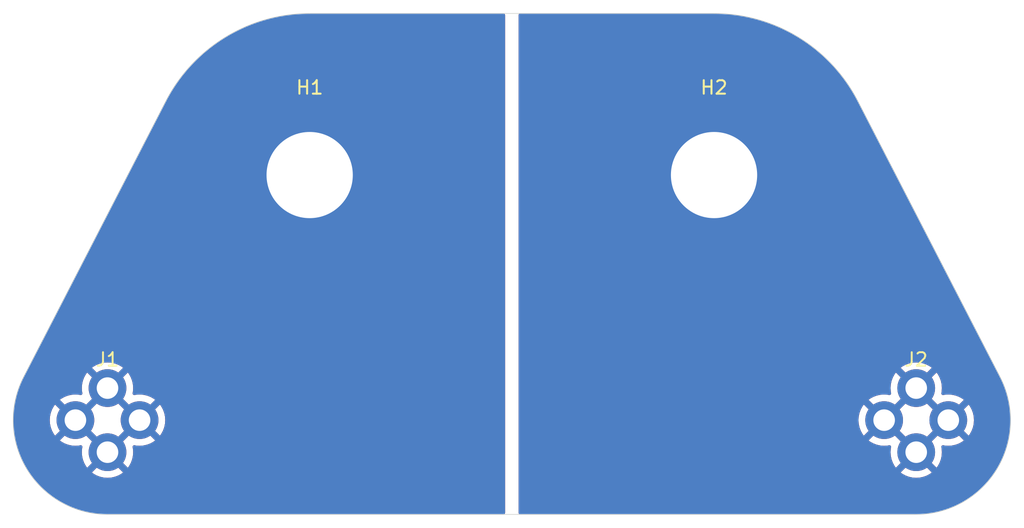
<source format=kicad_pcb>
(kicad_pcb (version 20221018) (generator pcbnew)
  (title_block (date "2023-04-26") (company "erry Leumas"))
  (layers (0 "F.Cu" signal) (31 "B.Cu" signal) (34 "B.Paste" user) (35 "F.Paste" user) (36 "B.SilkS" user "B.Silkscreen") (37 "F.SilkS" user "F.Silkscreen") (38 "B.Mask" user) (39 "F.Mask" user) (44 "Edge.Cuts" user))
  (net 0 "")
  (net 1 "Net-(J1-Pin_1)")
  (net 2 "Net-(J2-Pin_1)")
  (footprint "pl_banana:CT3151" (layer "F.Cu") (at 105.525 109.45)
    (fp_text reference "J1" (at 0 -4.5 unlocked) (layer "F.SilkS") (effects (font (thickness 0.142857))))
    (fp_text value "banana")
    (pad "1" thru_hole circle (at -2.38 0) (size 2.8 2.8) (drill 1.6) (layers "*.Cu" "*.Mask") (net 1 "Net-(J1-Pin_1)"))
    (pad "1" thru_hole circle (at 0 -2.38) (size 2.8 2.8) (drill 1.6) (layers "*.Cu" "*.Mask") (net 1 "Net-(J1-Pin_1)"))
    (pad "1" thru_hole circle (at 0 2.38) (size 2.8 2.8) (drill 1.6) (layers "*.Cu" "*.Mask") (net 1 "Net-(J1-Pin_1)"))
    (pad "1" thru_hole circle (at 2.38 0) (size 2.8 2.8) (drill 1.6) (layers "*.Cu" "*.Mask") (net 1 "Net-(J1-Pin_1)"))
  )
  (footprint "MountingHole:MountingHole_6.4mm_M6_DIN965_Pad" (layer "F.Cu") (at 120.525 91.25)
    (fp_text reference "H1" (at 0 -6.5) (layer "F.SilkS"))
    (fp_text value "MountingHole_Pad")
    (pad "1" thru_hole circle (at 0 0) (size 11 11) (drill 6.4) (layers "*.Cu" "*.Mask") (net 1 "Net-(J1-Pin_1)"))
  )
  (footprint "pl_banana:CT3151" (layer "F.Cu") (at 165.525 109.45)
    (fp_text reference "J2" (at 0 -4.5 unlocked) (layer "F.SilkS") (effects (font (thickness 0.142857))))
    (fp_text value "banana")
    (pad "1" thru_hole circle (at -2.38 0) (size 2.8 2.8) (drill 1.6) (layers "*.Cu" "*.Mask") (net 2 "Net-(J2-Pin_1)"))
    (pad "1" thru_hole circle (at 0 -2.38) (size 2.8 2.8) (drill 1.6) (layers "*.Cu" "*.Mask") (net 2 "Net-(J2-Pin_1)"))
    (pad "1" thru_hole circle (at 0 2.38) (size 2.8 2.8) (drill 1.6) (layers "*.Cu" "*.Mask") (net 2 "Net-(J2-Pin_1)"))
    (pad "1" thru_hole circle (at 2.38 0) (size 2.8 2.8) (drill 1.6) (layers "*.Cu" "*.Mask") (net 2 "Net-(J2-Pin_1)"))
  )
  (footprint "MountingHole:MountingHole_6.4mm_M6_DIN965_Pad" (layer "F.Cu") (at 150.525 91.25)
    (fp_text reference "H2" (at 0 -6.5) (layer "F.SilkS"))
    (fp_text value "MountingHole_Pad")
    (pad "1" thru_hole circle (at 0 0) (size 11 11) (drill 6.4) (layers "*.Cu" "*.Mask") (net 2 "Net-(J2-Pin_1)"))
  )
  (gr_line (start 161.19274 85.75461) (end 171.747849 106.244356) (stroke (width 0.05)) (layer "Edge.Cuts"))
  (gr_line (start 105.525 116.45) (end 165.525 116.45) (stroke (width 0.05)) (layer "Edge.Cuts"))
  (gr_line (start 109.85726 85.75461) (end 99.302151 106.244356) (stroke (width 0.05)) (layer "Edge.Cuts"))
  (gr_arc (start 150.525 79.250001) (mid 156.772212 81.0044) (end 161.19274 85.75461) (stroke (width 0.05)) (layer "Edge.Cuts"))
  (gr_arc (start 105.525001 116.45) (mid 99.5484 113.094208) (end 99.302151 106.244356) (stroke (width 0.05)) (layer "Edge.Cuts"))
  (gr_arc (start 109.85726 85.75461) (mid 114.277788 81.004399) (end 120.525 79.25) (stroke (width 0.05)) (layer "Edge.Cuts"))
  (gr_arc (start 171.747849 106.244356) (mid 171.501601 113.094207) (end 165.525 116.45) (stroke (width 0.05)) (layer "Edge.Cuts"))
  (gr_line (start 120.525 79.25) (end 150.525 79.25) (stroke (width 0.05)) (layer "Edge.Cuts"))
  (zone (net 1) (net_name "Net-(J1-Pin_1)") (layers "F&B.Cu") (connect_pads (clearance 0.5)) (min_thickness 0.25) (fill yes (thermal_gap 0.5) (thermal_bridge_width 0.5))
    (polygon (pts (xy 97.55 117.45) (xy 135.025 117.45) (xy 135.025 78.25) (xy 97.55 78.25)))
  )
  (zone (net 2) (net_name "Net-(J2-Pin_1)") (layers "F&B.Cu") (priority 1) (connect_pads (clearance 0.5)) (min_thickness 0.25) (fill yes (thermal_gap 0.5) (thermal_bridge_width 0.5))
    (polygon (pts (xy 136.025 78.25) (xy 136.025 117.45) (xy 173.525 117.45) (xy 173.525 78.25)))
  )
)
</source>
